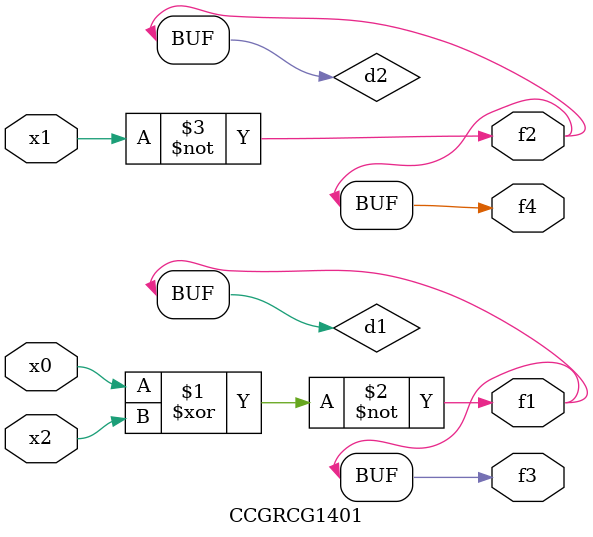
<source format=v>
module CCGRCG1401(
	input x0, x1, x2,
	output f1, f2, f3, f4
);

	wire d1, d2, d3;

	xnor (d1, x0, x2);
	nand (d2, x1);
	nor (d3, x1, x2);
	assign f1 = d1;
	assign f2 = d2;
	assign f3 = d1;
	assign f4 = d2;
endmodule

</source>
